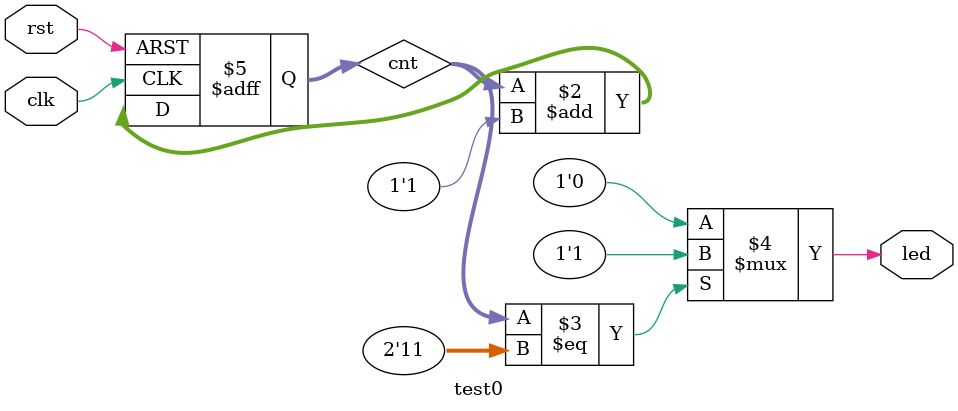
<source format=v>
module test(
    input clk,rst,
    output led
    );
    reg [1:0] cnt;
    always@(posedge clk, posedge rst) begin
        if(rst)
            cnt <= 2'b0;
        else
            cnt <= cnt + 1'b1;
    end
    assign led = (cnt==2'b11) ? 1'b1 : 1'b0;
endmodule

module test0(
    input clk,rst,
    output led
    );
    reg [1:0] cnt;
    always@(posedge clk, posedge rst) begin
        if(rst)
            cnt <= 2'b0;
        else
            cnt <= cnt + 1'b1;
    end
    assign led = (cnt==2'b11) ? 1'b1 : 1'b0;
endmodule
</source>
